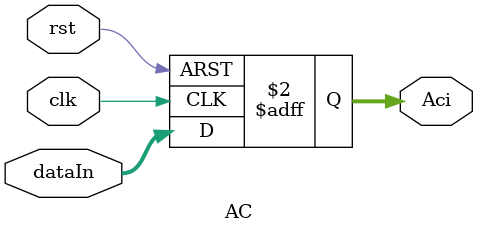
<source format=v>

module AC(input clk, rst, input [7:0] dataIn, output reg [7:0] Aci);
  always@(posedge clk, posedge rst) begin
    if(rst)
      Aci <= 8'b0;
    else if(clk)
      Aci <= dataIn;
  end
endmodule 





</source>
